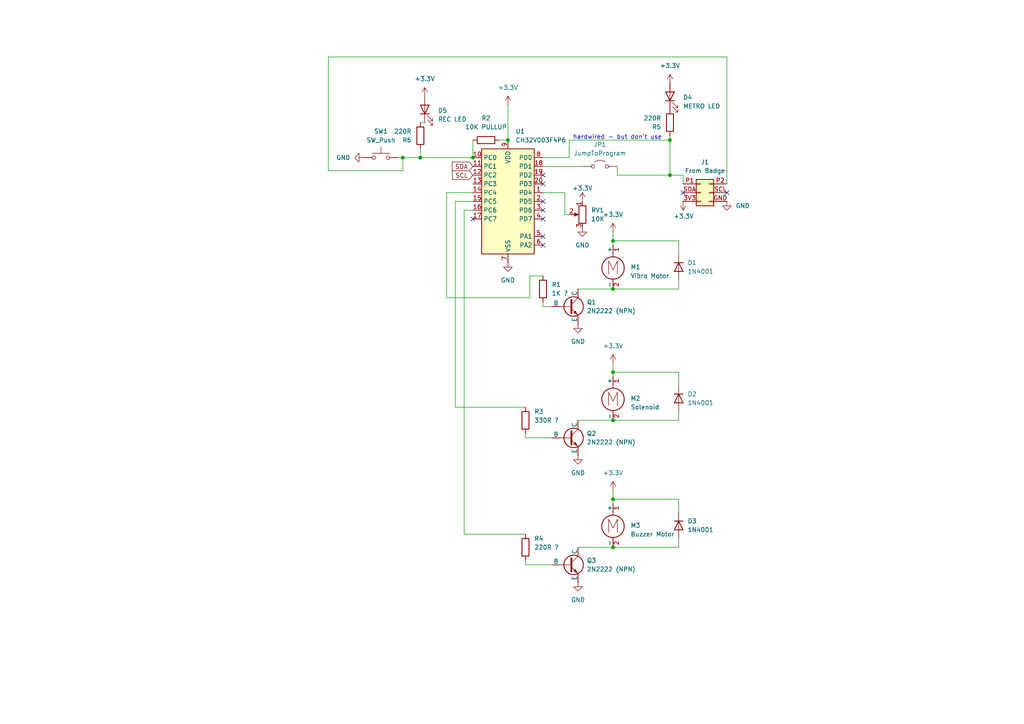
<source format=kicad_sch>
(kicad_sch (version 20231120) (generator "eeschema") (generator_version "8.0")
  (paper "A4")
  (lib_symbols
    (symbol "Device:LED" (pin_numbers hide) (pin_names (offset 1.016) hide)
      (property "Reference" "D" (at 0 2.54 0))
      (property "Value" "LED" (at 0 -2.54 0))
      (symbol "LED_0_1"
        (polyline (pts (xy -1.27 -1.27) (xy -1.27 1.27)) (stroke (width 0.254)))
        (polyline (pts (xy -1.27 0) (xy 1.27 0)))
        (polyline (pts (xy 1.27 -1.27) (xy 1.27 1.27) (xy -1.27 0) (xy 1.27 -1.27)) (stroke (width 0.254)))
        (polyline (pts (xy -3.048 -0.762) (xy -4.572 -2.286) (xy -3.81 -2.286) (xy -4.572 -2.286) (xy -4.572 -1.524)))
        (polyline (pts (xy -1.778 -0.762) (xy -3.302 -2.286) (xy -2.54 -2.286) (xy -3.302 -2.286) (xy -3.302 -1.524)))
      )
      (symbol "LED_1_1"
        (pin passive line (at -3.81 0 0) (length 2.54) (name "K") (number "1"))
        (pin passive line (at 3.81 0 180) (length 2.54) (name "A") (number "2"))
      )
    )
    (symbol "Device:R" (pin_numbers hide) (pin_names (offset 0))
      (property "Reference" "R" (at 2.032 0 90))
      (property "Value" "R" (at 0 0 90))
      (symbol "R_0_1"
        (rectangle (start -1.016 -2.54) (end 1.016 2.54) (stroke (width 0.254)))
      )
      (symbol "R_1_1"
        (pin passive line (at 0 3.81 270) (length 1.27) (name "~") (number "1"))
        (pin passive line (at 0 -3.81 90) (length 1.27) (name "~") (number "2"))
      )
    )
    (symbol "Device:R_Potentiometer" (pin_names (offset 1.016) hide)
      (property "Reference" "RV" (at -4.445 0 90))
      (property "Value" "R_Potentiometer" (at -2.54 0 90))
      (symbol "R_Potentiometer_0_1"
        (polyline (pts (xy 2.54 0) (xy 1.524 0)))
        (polyline (pts (xy 1.143 0) (xy 2.286 0.508) (xy 2.286 -0.508) (xy 1.143 0)) (fill (type outline)))
        (rectangle (start 1.016 2.54) (end -1.016 -2.54) (stroke (width 0.254)))
      )
      (symbol "R_Potentiometer_1_1"
        (pin passive line (at 0 3.81 270) (length 1.27) (name "1") (number "1"))
        (pin passive line (at 3.81 0 180) (length 1.27) (name "2") (number "2"))
        (pin passive line (at 0 -3.81 90) (length 1.27) (name "3") (number "3"))
      )
    )
    (symbol "Diode:1N4001" (pin_numbers hide) (pin_names hide)
      (property "Reference" "D" (at 0 2.54 0))
      (property "Value" "1N4001" (at 0 -2.54 0))
      (symbol "1N4001_0_1"
        (polyline (pts (xy -1.27 1.27) (xy -1.27 -1.27)) (stroke (width 0.254)))
        (polyline (pts (xy 1.27 0) (xy -1.27 0)))
        (polyline (pts (xy 1.27 1.27) (xy 1.27 -1.27) (xy -1.27 0) (xy 1.27 1.27)) (stroke (width 0.254)))
      )
      (symbol "1N4001_1_1"
        (pin passive line (at -3.81 0 0) (length 2.54) (name "K") (number "1"))
        (pin passive line (at 3.81 0 180) (length 2.54) (name "A") (number "2"))
      )
    )
    (symbol "Jumper:Jumper_2_Open" (pin_numbers hide) (pin_names (offset 0) hide) (exclude_from_sim yes)
      (property "Reference" "JP" (at 0 2.794 0))
      (property "Value" "Jumper_2_Open" (at 0 -2.286 0))
      (symbol "Jumper_2_Open_0_0"
        (circle (center -2.032 0) (radius 0.508))
        (circle (center 2.032 0) (radius 0.508))
      )
      (symbol "Jumper_2_Open_0_1"
        (arc (start 1.524 1.27) (mid 0 1.778) (end -1.524 1.27))
      )
      (symbol "Jumper_2_Open_1_1"
        (pin passive line (at -5.08 0 0) (length 2.54) (name "A") (number "1"))
        (pin passive line (at 5.08 0 180) (length 2.54) (name "B") (number "2"))
      )
    )
    (symbol "MCU_WCH_CH32V0:CH32V003FxPx"
      (property "Reference" "U" (at -7.62 17.78 0))
      (property "Value" "CH32V003FxPx" (at 7.62 17.78 0))
      (symbol "CH32V003FxPx_1_1"
        (rectangle (start -7.62 15.24) (end 7.62 -15.24) (stroke (width 0.254)) (fill (type background)))
        (pin bidirectional line (at 10.16 2.54 180) (length 2.54) (name "PD4") (number "1"))
        (pin bidirectional line (at -10.16 12.7 0) (length 2.54) (name "PC0") (number "10"))
        (pin bidirectional line (at -10.16 10.16 0) (length 2.54) (name "PC1") (number "11"))
        (pin bidirectional line (at -10.16 7.62 0) (length 2.54) (name "PC2") (number "12"))
        (pin bidirectional line (at -10.16 5.08 0) (length 2.54) (name "PC3") (number "13"))
        (pin bidirectional line (at -10.16 2.54 0) (length 2.54) (name "PC4") (number "14"))
        (pin bidirectional line (at -10.16 0 0) (length 2.54) (name "PC5") (number "15"))
        (pin bidirectional line (at -10.16 -2.54 0) (length 2.54) (name "PC6") (number "16"))
        (pin bidirectional line (at -10.16 -5.08 0) (length 2.54) (name "PC7") (number "17"))
        (pin bidirectional line (at 10.16 10.16 180) (length 2.54) (name "PD1") (number "18"))
        (pin bidirectional line (at 10.16 7.62 180) (length 2.54) (name "PD2") (number "19"))
        (pin bidirectional line (at 10.16 0 180) (length 2.54) (name "PD5") (number "2"))
        (pin bidirectional line (at 10.16 5.08 180) (length 2.54) (name "PD3") (number "20"))
        (pin bidirectional line (at 10.16 -2.54 180) (length 2.54) (name "PD6") (number "3"))
        (pin bidirectional line (at 10.16 -5.08 180) (length 2.54) (name "PD7") (number "4"))
        (pin bidirectional line (at 10.16 -10.16 180) (length 2.54) (name "PA1") (number "5"))
        (pin bidirectional line (at 10.16 -12.7 180) (length 2.54) (name "PA2") (number "6"))
        (pin power_in line (at 0 -17.78 90) (length 2.54) (name "VSS") (number "7"))
        (pin bidirectional line (at 10.16 12.7 180) (length 2.54) (name "PD0") (number "8"))
        (pin power_in line (at 0 17.78 270) (length 2.54) (name "VDD") (number "9"))
      )
    )
    (symbol "Motor:Motor_DC" (pin_names (offset 0))
      (property "Reference" "M" (at 2.54 2.54 0))
      (property "Value" "Motor_DC" (at 2.54 -5.08 0))
      (symbol "Motor_DC_0_0"
        (polyline (pts (xy -1.27 -3.302) (xy -1.27 0.508) (xy 0 -2.032) (xy 1.27 0.508) (xy 1.27 -3.302)))
      )
      (symbol "Motor_DC_0_1"
        (circle (center 0 -1.524) (radius 3.2512) (stroke (width 0.254)))
        (polyline (pts (xy 0 -7.62) (xy 0 -7.112)))
        (polyline (pts (xy 0 -4.7752) (xy 0 -5.1816)))
        (polyline (pts (xy 0 1.7272) (xy 0 2.0828)))
        (polyline (pts (xy 0 2.032) (xy 0 2.54)))
      )
      (symbol "Motor_DC_1_1"
        (pin passive line (at 0 5.08 270) (length 2.54) (name "+") (number "1"))
        (pin passive line (at 0 -7.62 90) (length 2.54) (name "-") (number "2"))
      )
    )
    (symbol "PCM_4ms_Connector:Pins_02x03_P1.27mm_SMT" (pin_names (offset 0.0254) hide)
      (property "Reference" "J1" (at 0 8.89 0))
      (property "Value" "From Badge" (at 0 6.35 0))
      (symbol "Pins_02x03_P1.27mm_SMT_0_1"
        (rectangle (start -2.54 -2.413) (end -1.27 -2.667) (stroke (width 0.1524)))
        (rectangle (start -2.54 0.127) (end -1.27 -0.127) (stroke (width 0.1524)))
        (rectangle (start -2.54 2.667) (end -1.27 2.413) (stroke (width 0.1524)))
        (rectangle (start -2.54 3.81) (end 2.54 -3.81) (stroke (width 0.254)) (fill (type background)))
        (rectangle (start 1.27 -2.413) (end 2.54 -2.667) (stroke (width 0.1524)))
        (rectangle (start 1.27 0.127) (end 2.54 -0.127) (stroke (width 0.1524)))
        (rectangle (start 1.27 2.667) (end 2.54 2.413) (stroke (width 0.1524)))
      )
      (symbol "Pins_02x03_P1.27mm_SMT_1_1"
        (pin passive line (at -6.35 -2.54 0) (length 3.81) (name "GND") (number "3V3"))
        (pin passive line (at 6.35 -2.54 180) (length 3.81) (name "GND") (number "GND"))
        (pin passive line (at -6.35 2.54 0) (length 3.81) (name "+12V") (number "P1"))
        (pin passive line (at 6.35 2.54 180) (length 3.81) (name "+12V") (number "P2"))
        (pin passive line (at 6.35 0 180) (length 3.81) (name "GND") (number "SCL"))
        (pin passive line (at -6.35 0 0) (length 3.81) (name "GND") (number "SDA"))
      )
    )
    (symbol "Simulation_SPICE:NPN" (pin_numbers hide) (pin_names (offset 0))
      (property "Reference" "Q" (at -2.54 7.62 0))
      (property "Value" "NPN" (at -2.54 5.08 0))
      (symbol "NPN_0_1"
        (polyline (pts (xy -2.54 0) (xy 0.635 0)) (stroke (width 0.1524)))
        (polyline (pts (xy 0.635 0.635) (xy 2.54 2.54)))
        (polyline (pts (xy 2.794 -1.27) (xy 2.794 -1.27)) (stroke (width 0.1524)))
        (polyline (pts (xy 2.794 -1.27) (xy 2.794 -1.27)) (stroke (width 0.1524)))
        (polyline (pts (xy 0.635 -0.635) (xy 2.54 -2.54) (xy 2.54 -2.54)))
        (polyline (pts (xy 0.635 1.905) (xy 0.635 -1.905) (xy 0.635 -1.905)) (stroke (width 0.508)))
        (polyline (pts (xy 1.27 -1.778) (xy 1.778 -1.27) (xy 2.286 -2.286) (xy 1.27 -1.778) (xy 1.27 -1.778)) (fill (type outline)))
        (circle (center 1.27 0) (radius 2.8194) (stroke (width 0.254)))
      )
      (symbol "NPN_1_1"
        (pin open_collector line (at 2.54 5.08 270) (length 2.54) (name "C") (number "1"))
        (pin input line (at -5.08 0 0) (length 2.54) (name "B") (number "2"))
        (pin open_emitter line (at 2.54 -5.08 90) (length 2.54) (name "E") (number "3"))
      )
    )
    (symbol "Switch:SW_Push" (pin_numbers hide) (pin_names (offset 1.016) hide)
      (property "Reference" "SW" (at 1.27 2.54 0))
      (property "Value" "SW_Push" (at 0 -1.524 0))
      (symbol "SW_Push_0_1"
        (circle (center -2.032 0) (radius 0.508))
        (polyline (pts (xy 0 1.27) (xy 0 3.048)))
        (polyline (pts (xy 2.54 1.27) (xy -2.54 1.27)))
        (circle (center 2.032 0) (radius 0.508))
        (pin passive line (at -5.08 0 0) (length 2.54) (name "1") (number "1"))
        (pin passive line (at 5.08 0 180) (length 2.54) (name "2") (number "2"))
      )
    )
    (symbol "power:+3.3V" (power) (pin_numbers hide) (pin_names (offset 0) hide)
      (property "Value" "+3.3V" (at 0 3.556 0))
      (symbol "+3.3V_0_1"
        (polyline (pts (xy -0.762 1.27) (xy 0 2.54)))
        (polyline (pts (xy 0 0) (xy 0 2.54)))
        (polyline (pts (xy 0 2.54) (xy 0.762 1.27)))
      )
      (symbol "+3.3V_1_1"
        (pin power_in line (at 0 0 90) (length 0) (name "~") (number "1"))
      )
    )
    (symbol "power:GND" (power) (pin_numbers hide) (pin_names (offset 0) hide)
      (property "Value" "GND" (at 0 -3.81 0))
      (symbol "GND_0_1"
        (polyline (pts (xy 0 0) (xy 0 -1.27) (xy 1.27 -1.27) (xy 0 -2.54) (xy -1.27 -1.27) (xy 0 -1.27)))
      )
      (symbol "GND_1_1"
        (pin power_in line (at 0 0 270) (length 0) (name "~") (number "1"))
      )
    )
  )
  (junction (at 147.32 40.64))
  (junction (at 177.8 69.85))
  (junction (at 177.8 83.82))
  (junction (at 177.8 121.92))
  (junction (at 116.84 45.72))
  (junction (at 177.8 107.95))
  (junction (at 121.92 45.72))
  (junction (at 194.31 40.64))
  (junction (at 194.31 50.8))
  (junction (at 177.8 158.75))
  (junction (at 177.8 144.78))
  (junction (at 137.16 45.72))
  (no_connect (at 198.12 55.88))
  (no_connect (at 157.48 58.42))
  (no_connect (at 157.48 50.8))
  (no_connect (at 157.48 60.96))
  (no_connect (at 137.16 63.5))
  (no_connect (at 157.48 63.5))
  (no_connect (at 157.48 68.58))
  (no_connect (at 210.82 55.88))
  (no_connect (at 157.48 53.34))
  (no_connect (at 157.48 71.12))
  (wire (pts (xy 137.16 40.64) (xy 137.16 45.72)))
  (wire (pts (xy 153.67 80.01) (xy 157.48 80.01)))
  (wire (pts (xy 121.92 43.18) (xy 121.92 45.72)))
  (wire (pts (xy 167.64 158.75) (xy 177.8 158.75)))
  (wire (pts (xy 177.8 144.78) (xy 196.85 144.78)))
  (wire (pts (xy 116.84 45.72) (xy 121.92 45.72)))
  (wire (pts (xy 129.54 55.88) (xy 129.54 86.36)))
  (wire (pts (xy 157.48 87.63) (xy 157.48 88.9)))
  (wire (pts (xy 115.57 45.72) (xy 116.84 45.72)))
  (wire (pts (xy 157.48 88.9) (xy 160.02 88.9)))
  (wire (pts (xy 194.31 40.64) (xy 194.31 50.8)))
  (wire (pts (xy 152.4 162.56) (xy 152.4 163.83)))
  (wire (pts (xy 198.12 50.8) (xy 198.12 53.34)))
  (wire (pts (xy 163.83 62.23) (xy 165.1 62.23)))
  (wire (pts (xy 134.62 154.94) (xy 152.4 154.94)))
  (wire (pts (xy 177.8 109.22) (xy 177.8 107.95)))
  (wire (pts (xy 121.92 35.56) (xy 123.19 35.56)))
  (wire (pts (xy 177.8 107.95) (xy 177.8 105.41)))
  (wire (pts (xy 196.85 144.78) (xy 196.85 148.59)))
  (wire (pts (xy 179.07 50.8) (xy 194.31 50.8)))
  (wire (pts (xy 152.4 127) (xy 160.02 127)))
  (wire (pts (xy 152.4 163.83) (xy 160.02 163.83)))
  (wire (pts (xy 194.31 39.37) (xy 194.31 40.64)))
  (wire (pts (xy 137.16 60.96) (xy 134.62 60.96)))
  (wire (pts (xy 165.1 40.64) (xy 194.31 40.64)))
  (wire (pts (xy 210.82 53.34) (xy 210.82 16.51)))
  (wire (pts (xy 179.07 50.8) (xy 179.07 48.26)))
  (wire (pts (xy 177.8 69.85) (xy 177.8 67.31)))
  (wire (pts (xy 152.4 125.73) (xy 152.4 127)))
  (wire (pts (xy 157.48 45.72) (xy 165.1 45.72)))
  (wire (pts (xy 137.16 55.88) (xy 129.54 55.88)))
  (wire (pts (xy 95.25 16.51) (xy 95.25 49.53)))
  (wire (pts (xy 177.8 144.78) (xy 177.8 142.24)))
  (wire (pts (xy 196.85 119.38) (xy 196.85 121.92)))
  (wire (pts (xy 95.25 49.53) (xy 116.84 49.53)))
  (wire (pts (xy 177.8 107.95) (xy 196.85 107.95)))
  (wire (pts (xy 147.32 30.48) (xy 147.32 40.64)))
  (wire (pts (xy 163.83 55.88) (xy 157.48 55.88)))
  (wire (pts (xy 163.83 62.23) (xy 163.83 55.88)))
  (wire (pts (xy 157.48 48.26) (xy 168.91 48.26)))
  (wire (pts (xy 177.8 146.05) (xy 177.8 144.78)))
  (wire (pts (xy 116.84 49.53) (xy 116.84 45.72)))
  (wire (pts (xy 144.78 40.64) (xy 147.32 40.64)))
  (wire (pts (xy 196.85 81.28) (xy 196.85 83.82)))
  (wire (pts (xy 132.08 58.42) (xy 132.08 118.11)))
  (wire (pts (xy 153.67 86.36) (xy 153.67 80.01)))
  (wire (pts (xy 167.64 121.92) (xy 177.8 121.92)))
  (wire (pts (xy 196.85 83.82) (xy 177.8 83.82)))
  (wire (pts (xy 167.64 83.82) (xy 177.8 83.82)))
  (wire (pts (xy 137.16 58.42) (xy 132.08 58.42)))
  (wire (pts (xy 196.85 69.85) (xy 196.85 73.66)))
  (wire (pts (xy 196.85 107.95) (xy 196.85 111.76)))
  (wire (pts (xy 95.25 16.51) (xy 210.82 16.51)))
  (wire (pts (xy 196.85 158.75) (xy 177.8 158.75)))
  (wire (pts (xy 194.31 50.8) (xy 198.12 50.8)))
  (wire (pts (xy 165.1 45.72) (xy 165.1 40.64)))
  (wire (pts (xy 177.8 71.12) (xy 177.8 69.85)))
  (wire (pts (xy 132.08 118.11) (xy 152.4 118.11)))
  (wire (pts (xy 129.54 86.36) (xy 153.67 86.36)))
  (wire (pts (xy 196.85 156.21) (xy 196.85 158.75)))
  (wire (pts (xy 134.62 60.96) (xy 134.62 154.94)))
  (wire (pts (xy 177.8 69.85) (xy 196.85 69.85)))
  (wire (pts (xy 121.92 45.72) (xy 137.16 45.72)))
  (wire (pts (xy 196.85 121.92) (xy 177.8 121.92)))
  (text "hardwired - but don't use" (at 179.07 39.878 0) (effects (font (size 1.27 1.27))))
  (global_label "SDA" (shape input) (at 137.16 48.26 180) (property "Intersheetrefs" "${INTERSHEET_REFS}" (effects (hide yes))))
  (global_label "SCL" (shape input) (at 137.16 50.8 180) (property "Intersheetrefs" "${INTERSHEET_REFS}" (effects (hide yes))))
  (symbol (lib_id "Device:R") (at 194.31 35.56 180) (unit 1)
    (property "Reference" "R5" (at 191.77 36.8301 0) (effects (justify left)))
    (property "Value" "220R" (at 191.77 34.2901 0) (effects (justify left)))
    (property "Description" "Resistor" (effects (hide yes)))
  )
  (symbol (lib_id "Device:LED") (at 194.31 27.94 90) (unit 1)
    (property "Reference" "D4" (at 198.12 28.2574 90) (effects (justify right)))
    (property "Value" "METRO LED" (at 198.12 30.7974 90) (effects (justify right)))
    (property "Description" "Light emitting diode" (effects (hide yes)))
  )
  (symbol (lib_id "Diode:1N4001") (at 196.85 152.4 270) (unit 1)
    (property "Reference" "D3" (at 199.39 151.1299 90) (effects (justify left)))
    (property "Value" "1N4001" (at 199.39 153.6699 90) (effects (justify left)))
    (property "Footprint" "Diode_THT:D_DO-41_SOD81_P10.16mm_Horizontal" (effects (hide yes)))
    (property "Datasheet" "http://www.vishay.com/docs/88503/1n4001.pdf" (effects (hide yes)))
    (property "Description" "50V 1A General Purpose Rectifier Diode, DO-41" (effects (hide yes)))
    (property "Sim.Device" "D" (effects (hide yes)))
    (property "Sim.Pins" "1=K 2=A" (effects (hide yes)))
  )
  (symbol (lib_id "power:GND") (at 167.64 168.91 0) (unit 1)
    (property "Reference" "#PWR08" (effects (hide yes)))
    (property "Value" "GND" (at 167.64 173.99 0))
    (property "Description" "Power symbol creates a global label with name \"GND\" , ground" (effects (hide yes)))
  )
  (symbol (lib_id "power:+3.3V") (at 198.12 58.42 180) (unit 1)
    (property "Reference" "#PWR09" (effects (hide yes)))
    (property "Value" "+3.3V" (at 195.326 62.738 0) (effects (justify right)))
    (property "Description" "Power symbol creates a global label with name \"+3.3V\"" (effects (hide yes)))
  )
  (symbol (lib_id "power:+3.3V") (at 177.8 142.24 0) (unit 1)
    (property "Reference" "#PWR012" (effects (hide yes)))
    (property "Value" "+3.3V" (at 177.8 137.16 0))
    (property "Description" "Power symbol creates a global label with name \"+3.3V\"" (effects (hide yes)))
  )
  (symbol (lib_id "power:GND") (at 105.41 45.72 270) (unit 1)
    (property "Reference" "#PWR06" (effects (hide yes)))
    (property "Value" "GND" (at 101.6 45.7199 90) (effects (justify right)))
    (property "Description" "Power symbol creates a global label with name \"GND\" , ground" (effects (hide yes)))
  )
  (symbol (lib_id "power:GND") (at 167.64 132.08 0) (unit 1)
    (property "Reference" "#PWR07" (effects (hide yes)))
    (property "Value" "GND" (at 167.64 137.16 0))
    (property "Description" "Power symbol creates a global label with name \"GND\" , ground" (effects (hide yes)))
  )
  (symbol (lib_id "power:GND") (at 168.91 66.04 0) (unit 1)
    (property "Reference" "#PWR02" (effects (hide yes)))
    (property "Value" "GND" (at 168.91 71.12 0))
    (property "Description" "Power symbol creates a global label with name \"GND\" , ground" (effects (hide yes)))
  )
  (symbol (lib_id "Device:LED") (at 123.19 31.75 90) (unit 1)
    (property "Reference" "D5" (at 127 32.0674 90) (effects (justify right)))
    (property "Value" "REC LED" (at 127 34.6074 90) (effects (justify right)))
    (property "Description" "Light emitting diode" (effects (hide yes)))
  )
  (symbol (lib_id "Simulation_SPICE:NPN") (at 165.1 88.9 0) (unit 1)
    (property "Reference" "Q1" (at 170.18 87.6299 0) (effects (justify left)))
    (property "Value" "2N2222 (NPN)" (at 170.18 90.1699 0) (effects (justify left)))
    (property "Datasheet" "https://ngspice.sourceforge.io/docs/ngspice-html-manual/manual.xhtml#cha_BJTs" (effects (hide yes)))
    (property "Description" "Bipolar transistor symbol for simulation only, substrate tied to the emitter" (effects (hide yes)))
    (property "Sim.Device" "NPN" (effects (hide yes)))
    (property "Sim.Type" "GUMMELPOON" (effects (hide yes)))
    (property "Sim.Pins" "1=C 2=B 3=E" (effects (hide yes)))
  )
  (symbol (lib_id "Device:R") (at 140.97 40.64 90) (unit 1)
    (property "Reference" "R2" (at 140.97 34.29 90))
    (property "Value" "10K PULLUP" (at 140.97 36.83 90))
    (property "Description" "Resistor" (effects (hide yes)))
  )
  (symbol (lib_id "Device:R") (at 121.92 39.37 180) (unit 1)
    (property "Reference" "R6" (at 119.38 40.6401 0) (effects (justify left)))
    (property "Value" "220R" (at 119.38 38.1001 0) (effects (justify left)))
    (property "Description" "Resistor" (effects (hide yes)))
  )
  (symbol (lib_id "power:GND") (at 167.64 93.98 0) (unit 1)
    (property "Reference" "#PWR05" (effects (hide yes)))
    (property "Value" "GND" (at 167.64 99.06 0))
    (property "Description" "Power symbol creates a global label with name \"GND\" , ground" (effects (hide yes)))
  )
  (symbol (lib_id "power:+3.3V") (at 194.31 24.13 0) (unit 1)
    (property "Reference" "#PWR014" (effects (hide yes)))
    (property "Value" "+3.3V" (at 194.31 19.05 0))
    (property "Description" "Power symbol creates a global label with name \"+3.3V\"" (effects (hide yes)))
  )
  (symbol (lib_id "power:+3.3V") (at 123.19 27.94 0) (unit 1)
    (property "Reference" "#PWR015" (effects (hide yes)))
    (property "Value" "+3.3V" (at 123.19 22.86 0))
    (property "Description" "Power symbol creates a global label with name \"+3.3V\"" (effects (hide yes)))
  )
  (symbol (lib_id "Device:R") (at 152.4 158.75 0) (unit 1)
    (property "Reference" "R4" (at 154.94 156.21 0) (effects (justify left)))
    (property "Value" "220R ?" (at 154.94 158.7499 0) (effects (justify left)))
    (property "Description" "Resistor" (effects (hide yes)))
  )
  (symbol (lib_id "power:GND") (at 147.32 76.2 0) (unit 1)
    (property "Reference" "#PWR04" (effects (hide yes)))
    (property "Value" "GND" (at 147.32 81.28 0))
    (property "Description" "Power symbol creates a global label with name \"GND\" , ground" (effects (hide yes)))
  )
  (symbol (lib_id "power:+3.3V") (at 177.8 67.31 0) (unit 1)
    (property "Reference" "#PWR010" (effects (hide yes)))
    (property "Value" "+3.3V" (at 177.8 62.23 0))
    (property "Description" "Power symbol creates a global label with name \"+3.3V\"" (effects (hide yes)))
  )
  (symbol (lib_id "power:GND") (at 210.82 58.42 0) (unit 1)
    (property "Reference" "#PWR013" (effects (hide yes)))
    (property "Value" "GND" (at 213.36 59.6899 0) (effects (justify left)))
    (property "Description" "Power symbol creates a global label with name \"GND\" , ground" (effects (hide yes)))
  )
  (symbol (lib_id "Motor:Motor_DC") (at 177.8 114.3 0) (unit 1)
    (property "Reference" "M2" (at 182.88 115.5699 0) (effects (justify left)))
    (property "Value" "Solenoid" (at 182.88 118.1099 0) (effects (justify left)))
    (property "Description" "DC Motor" (effects (hide yes)))
  )
  (symbol (lib_id "Motor:Motor_DC") (at 177.8 76.2 0) (unit 1)
    (property "Reference" "M1" (at 182.88 77.4699 0) (effects (justify left)))
    (property "Value" "Vibro Motor" (at 182.88 80.0099 0) (effects (justify left)))
    (property "Description" "DC Motor" (effects (hide yes)))
  )
  (symbol (lib_id "Simulation_SPICE:NPN") (at 165.1 127 0) (unit 1)
    (property "Reference" "Q2" (at 170.18 125.7299 0) (effects (justify left)))
    (property "Value" "2N2222 (NPN)" (at 170.18 128.2699 0) (effects (justify left)))
    (property "Datasheet" "https://ngspice.sourceforge.io/docs/ngspice-html-manual/manual.xhtml#cha_BJTs" (effects (hide yes)))
    (property "Description" "Bipolar transistor symbol for simulation only, substrate tied to the emitter" (effects (hide yes)))
    (property "Sim.Device" "NPN" (effects (hide yes)))
    (property "Sim.Type" "GUMMELPOON" (effects (hide yes)))
    (property "Sim.Pins" "1=C 2=B 3=E" (effects (hide yes)))
  )
  (symbol (lib_id "Switch:SW_Push") (at 110.49 45.72 0) (unit 1)
    (property "Reference" "SW1" (at 110.49 38.1 0))
    (property "Value" "SW_Push" (at 110.49 40.64 0))
    (property "Description" "Push button switch, generic, two pins" (effects (hide yes)))
  )
  (symbol (lib_id "Diode:1N4001") (at 196.85 77.47 270) (unit 1)
    (property "Reference" "D1" (at 199.39 76.1999 90) (effects (justify left)))
    (property "Value" "1N4001" (at 199.39 78.7399 90) (effects (justify left)))
    (property "Footprint" "Diode_THT:D_DO-41_SOD81_P10.16mm_Horizontal" (effects (hide yes)))
    (property "Datasheet" "http://www.vishay.com/docs/88503/1n4001.pdf" (effects (hide yes)))
    (property "Description" "50V 1A General Purpose Rectifier Diode, DO-41" (effects (hide yes)))
    (property "Sim.Device" "D" (effects (hide yes)))
    (property "Sim.Pins" "1=K 2=A" (effects (hide yes)))
  )
  (symbol (lib_id "Device:R_Potentiometer") (at 168.91 62.23 0) (mirror y) (unit 1)
    (property "Reference" "RV1" (at 171.45 60.9599 0) (effects (justify right)))
    (property "Value" "10K" (at 171.45 63.4999 0) (effects (justify right)))
    (property "Description" "Potentiometer" (effects (hide yes)))
  )
  (symbol (lib_id "PCM_4ms_Connector:Pins_02x03_P1.27mm_SMT") (at 204.47 55.88 0) (unit 1)
    (property "Reference" "J1" (at 204.47 46.99 0))
    (property "Value" "From Badge" (at 204.47 49.53 0))
    (property "Footprint" "4ms_Connector:Pins_2x03_1.27mm_SMD" (effects (hide yes)))
    (property "Datasheet" "https://www.mouser.com/datasheet/2/527/ftsh_smt-1316912.pdf" (effects (hide yes)))
    (property "Description" "Header 2x3 Pins, Pitch=1.27mm, Pin Height=3mm, Vertical, SMT" (effects (hide yes)))
    (property "Specifications" "Header 2x3 Pins, Pitch=1.27mm, Pin Height=3mm, Vertical, SMT" (effects (hide yes)))
    (property "Manufacturer" "Samtec" (effects (hide yes)))
    (property "Part Number" "FTSH-103-01-F-DV" (effects (hide yes)))
  )
  (symbol (lib_id "Motor:Motor_DC") (at 177.8 151.13 0) (unit 1)
    (property "Reference" "M3" (at 182.88 152.3999 0) (effects (justify left)))
    (property "Value" "Buzzer Motor" (at 182.88 154.9399 0) (effects (justify left)))
    (property "Description" "DC Motor" (effects (hide yes)))
  )
  (symbol (lib_id "power:+3.3V") (at 177.8 105.41 0) (unit 1)
    (property "Reference" "#PWR011" (effects (hide yes)))
    (property "Value" "+3.3V" (at 177.8 100.33 0))
    (property "Description" "Power symbol creates a global label with name \"+3.3V\"" (effects (hide yes)))
  )
  (symbol (lib_id "Simulation_SPICE:NPN") (at 165.1 163.83 0) (unit 1)
    (property "Reference" "Q3" (at 170.18 162.5599 0) (effects (justify left)))
    (property "Value" "2N2222 (NPN)" (at 170.18 165.0999 0) (effects (justify left)))
    (property "Datasheet" "https://ngspice.sourceforge.io/docs/ngspice-html-manual/manual.xhtml#cha_BJTs" (effects (hide yes)))
    (property "Description" "Bipolar transistor symbol for simulation only, substrate tied to the emitter" (effects (hide yes)))
    (property "Sim.Device" "NPN" (effects (hide yes)))
    (property "Sim.Type" "GUMMELPOON" (effects (hide yes)))
    (property "Sim.Pins" "1=C 2=B 3=E" (effects (hide yes)))
  )
  (symbol (lib_id "power:+3.3V") (at 147.32 30.48 0) (unit 1)
    (property "Reference" "#PWR03" (effects (hide yes)))
    (property "Value" "+3.3V" (at 147.32 25.4 0))
    (property "Description" "Power symbol creates a global label with name \"+3.3V\"" (effects (hide yes)))
  )
  (symbol (lib_id "Device:R") (at 157.48 83.82 0) (unit 1)
    (property "Reference" "R1" (at 160.02 82.5499 0) (effects (justify left)))
    (property "Value" "1K ?" (at 160.02 85.0899 0) (effects (justify left)))
    (property "Description" "Resistor" (effects (hide yes)))
  )
  (symbol (lib_id "MCU_WCH_CH32V0:CH32V003FxPx") (at 147.32 58.42 0) (unit 1)
    (property "Reference" "U1" (at 149.5141 38.1 0) (effects (justify left)))
    (property "Value" "CH32V003F4P6" (at 149.5141 40.64 0) (effects (justify left)))
    (property "Footprint" "Package_SO:TSSOP-20_4.4x6.5mm_P0.65mm" (effects (hide yes)))
    (property "Datasheet" "https://www.wch-ic.com/products/CH32V003.html" (effects (hide yes)))
    (property "Description" "CH32V003 series are industrial-grade general-purpose microcontrollers designed based on 32-bit RISC-V instruction set and architecture. It adopts QingKe V2A core, RV32EC instruction set, and supports 2 levels of interrupt nesting. The series are mounted with rich peripheral interfaces and function modules. Its internal organizational structure meets the low-cost and low-power embedded application scenarios." (effects (hide yes)))
  )
  (symbol (lib_id "Diode:1N4001") (at 196.85 115.57 270) (unit 1)
    (property "Reference" "D2" (at 199.39 114.2999 90) (effects (justify left)))
    (property "Value" "1N4001" (at 199.39 116.8399 90) (effects (justify left)))
    (property "Footprint" "Diode_THT:D_DO-41_SOD81_P10.16mm_Horizontal" (effects (hide yes)))
    (property "Datasheet" "http://www.vishay.com/docs/88503/1n4001.pdf" (effects (hide yes)))
    (property "Description" "50V 1A General Purpose Rectifier Diode, DO-41" (effects (hide yes)))
    (property "Sim.Device" "D" (effects (hide yes)))
    (property "Sim.Pins" "1=K 2=A" (effects (hide yes)))
  )
  (symbol (lib_id "Device:R") (at 152.4 121.92 0) (unit 1)
    (property "Reference" "R3" (at 154.94 119.38 0) (effects (justify left)))
    (property "Value" "330R ?" (at 154.94 121.9199 0) (effects (justify left)))
    (property "Description" "Resistor" (effects (hide yes)))
  )
  (symbol (lib_id "Jumper:Jumper_2_Open") (at 173.99 48.26 0) (unit 1) (exclude_from_sim yes)
    (property "Reference" "JP1" (at 173.99 41.91 0))
    (property "Value" "JumpToProgram" (at 173.99 44.45 0))
    (property "Description" "Jumper, 2-pole, open" (effects (hide yes)))
  )
  (symbol (lib_id "power:+3.3V") (at 168.91 58.42 0) (unit 1)
    (property "Reference" "#PWR01" (effects (hide yes)))
    (property "Value" "+3.3V" (at 168.91 54.61 0))
    (property "Description" "Power symbol creates a global label with name \"+3.3V\"" (effects (hide yes)))
  )
)
</source>
